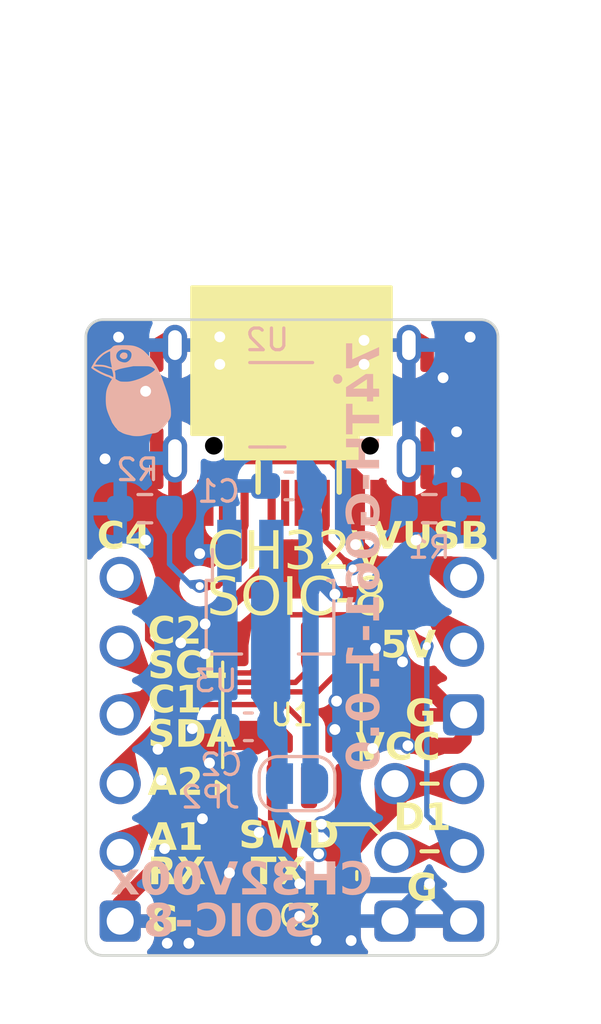
<source format=kicad_pcb>
(kicad_pcb (version 20240108) (generator "pcbnew") (generator_version "8.0")
  (title_block (title "CH32V00x-SOIC8 [74TH-G061]") (rev "1.0.0"))
  (layers (0 "F.Cu" signal) (31 "B.Cu" signal) (34 "B.Paste" user) (35 "F.Paste" user) (36 "B.SilkS" user "B.Silkscreen") (37 "F.SilkS" user "F.Silkscreen") (38 "B.Mask" user) (39 "F.Mask" user) (44 "Edge.Cuts" user))
  (net 0 "")
  (net 1 "VCC")
  (net 2 "+5V")
  (net 3 "GND")
  (net 4 "VBUS")
  (net 5 "/PD1")
  (net 6 "/PA1")
  (net 7 "/PC2")
  (net 8 "/PA2")
  (net 9 "/PC4")
  (net 10 "/PC1")
  (net 11 "Net-(J1-CC2)")
  (net 16 "Net-(J1-CC1)")
  (footprint "74th:Package_SOIC-8_3.9x4.9mm_P1.27mm" (layer "F.Cu") (at 105.41 60.96 90)
    (property "Reference" "U1" (at 0 0 180) (layer "F.SilkS") (effects (font (size 0.8 0.8) (thickness 0.12))))
    (property "Value" "CH32V002J4M6")
    (fp_line (start 0 -2.56) (end 1.95 -2.56) (stroke (width 0.12)) (layer "F.SilkS"))
    (fp_line (start 0 -2.56) (end -1.95 -2.56) (stroke (width 0.12)) (layer "F.SilkS"))
    (fp_line (start 0 2.56) (end 1.95 2.56) (stroke (width 0.12)) (layer "F.SilkS"))
    (fp_line (start 0 2.56) (end -1.95 2.56) (stroke (width 0.12)) (layer "F.SilkS"))
    (fp_poly (pts (xy -2.7 -2.465) (xy -2.94 -2.795) (xy -2.46 -2.795) (xy -2.7 -2.465)) (stroke (width 0.12)) (fill solid) (layer "F.SilkS"))
    (pad "1" smd roundrect (at -2.625 -1.905 90) (size 1.65 0.6) (layers "F.Cu" "F.Paste" "F.Mask") (net 6 "/PA1"))
    (pad "2" smd roundrect (at -2.625 -0.635 90) (size 1.65 0.6) (layers "F.Cu" "F.Paste" "F.Mask") (net 3 "GND"))
    (pad "3" smd roundrect (at -2.625 0.635 90) (size 1.65 0.6) (layers "F.Cu" "F.Paste" "F.Mask") (net 8 "/PA2"))
    (pad "4" smd roundrect (at -2.625 1.905 90) (size 1.65 0.6) (layers "F.Cu" "F.Paste" "F.Mask") (net 1 "VCC"))
    (pad "5" smd roundrect (at 2.625 1.905 90) (size 1.65 0.6) (layers "F.Cu" "F.Paste" "F.Mask") (net 10 "/PC1"))
    (pad "6" smd roundrect (at 2.625 0.635 90) (size 1.65 0.6) (layers "F.Cu" "F.Paste" "F.Mask") (net 7 "/PC2"))
    (pad "7" smd roundrect (at 2.625 -0.635 90) (size 1.65 0.6) (layers "F.Cu" "F.Paste" "F.Mask") (net 9 "/PC4"))
    (pad "8" smd roundrect (at 2.625 -1.905 90) (size 1.65 0.6) (layers "F.Cu" "F.Paste" "F.Mask") (net 5 "/PD1"))
  )
  (footprint "74th:Capacitor_0603_1608" (layer "F.Cu") (at 107.3 66.8 -90)
    (property "Reference" "C3" (at 1.6 1.6 180) (layer "F.SilkS") (effects (font (size 0.8 0.8) (thickness 0.12))))
    (property "Value" "100n" (hide yes))
    (fp_line (start -0.046267 0.51) (end 0.246267 0.51) (stroke (width 0.12)) (layer "F.SilkS"))
    (fp_line (start -0.046267 -0.51) (end 0.246267 -0.51) (stroke (width 0.12)) (layer "F.SilkS"))
    (pad "1" smd roundrect (at -0.7625 0 270) (size 1.075 0.95) (layers "F.Cu" "F.Paste" "F.Mask") (net 1 "VCC"))
    (pad "2" smd roundrect (at 0.9625 0 270) (size 1.075 0.95) (layers "F.Cu" "F.Paste" "F.Mask") (net 3 "GND"))
  )
  (footprint "74th:Connector_USB-C-Receptacle_SMT_12-Pin_Simple" (layer "F.Cu") (at 105.41 47.395 180)
    (property "Reference" "J1" (hide yes))
    (property "Value" "USB2.0-C_SMT")
    (fp_line (start 1.25 -4.23) (end 1.25 -5.33) (stroke (width 0.2)) (layer "F.SilkS"))
    (fp_line (start -1.75 -4.23) (end -1.75 -5.33) (stroke (width 0.2)) (layer "F.SilkS"))
    (fp_rect (start -2.45 -4.1) (end 2.45 -2.85) (stroke (width 0.12)) (fill solid) (layer "F.SilkS"))
    (fp_rect (start -3.67 -3.2) (end 3.7 2.25) (stroke (width 0.12)) (fill solid) (layer "F.SilkS"))
    (pad "" np_thru_hole circle (at -2.89 -3.62) (size 0.65 0.65) (drill 0.65) (layers "*.Mask"))
    (pad "" np_thru_hole circle (at 2.89 -3.62) (size 0.65 0.65) (drill 0.65) (layers "*.Mask"))
    (pad "1" smd rect (at -2.4 -5.73) (size 0.6 1.7) (layers "F.Cu" "F.Paste" "F.Mask") (net 4 "VBUS"))
    (pad "1" smd rect (at 2.4 -5.73) (size 0.6 1.7) (layers "F.Cu" "F.Paste" "F.Mask") (net 4 "VBUS"))
    (pad "2" smd rect (at -0.75 -5.73) (size 0.3 1.7) (layers "F.Cu" "F.Paste" "F.Mask"))
    (pad "2" smd rect (at 0.25 -5.73) (size 0.3 1.7) (layers "F.Cu" "F.Paste" "F.Mask"))
    (pad "3" smd rect (at -0.25 -5.73) (size 0.3 1.7) (layers "F.Cu" "F.Paste" "F.Mask"))
    (pad "3" smd rect (at 0.75 -5.73) (size 0.3 1.7) (layers "F.Cu" "F.Paste" "F.Mask"))
    (pad "4" smd rect (at -3.2 -5.73) (size 0.6 1.7) (layers "F.Cu" "F.Paste" "F.Mask") (net 3 "GND"))
    (pad "4" smd rect (at 3.2 -5.73) (size 0.6 1.7) (layers "F.Cu" "F.Paste" "F.Mask") (net 3 "GND"))
    (pad "5" smd rect (at -1.25 -5.73) (size 0.3 1.7) (layers "F.Cu" "F.Paste" "F.Mask") (net 16 "Net-(J1-CC1)"))
    (pad "6" smd rect (at 1.75 -5.73) (size 0.3 1.7) (layers "F.Cu" "F.Paste" "F.Mask") (net 11 "Net-(J1-CC2)"))
    (pad "S1" smd trapezoid (at -5 -4.08 270) (size 0.9 0.5) (rect_delta 0 0.3) (layers "F.Cu" "F.Paste" "F.Mask") (net 3 "GND"))
    (pad "S1" smd trapezoid (at -5 0.1 270) (size 0.6 0.5) (rect_delta 0 0.3) (layers "F.Cu" "F.Paste" "F.Mask") (net 3 "GND"))
    (pad "S1" thru_hole oval (at -4.325 -4.08) (size 0.9 1.8) (drill oval 0.5 1.4) (layers "*.Cu" "*.Mask") (net 3 "GND"))
    (pad "S1" thru_hole oval (at -4.325 0.1) (size 0.9 1.5) (drill oval 0.5 1.1) (layers "*.Cu" "*.Mask") (net 3 "GND"))
    (pad "S1" thru_hole oval (at 4.325 -4.08) (size 0.9 1.8) (drill oval 0.5 1.4) (layers "*.Cu" "*.Mask") (net 3 "GND"))
    (pad "S1" thru_hole oval (at 4.325 0.1) (size 0.9 1.5) (drill oval 0.5 1.1) (layers "*.Cu" "*.Mask") (net 3 "GND"))
    (pad "S1" smd trapezoid (at 5 -4.08 90) (size 0.9 0.5) (rect_delta 0 0.3) (layers "F.Cu" "F.Paste" "F.Mask") (net 3 "GND"))
    (pad "S1" smd trapezoid (at 5 0.1 90) (size 0.6 0.5) (rect_delta 0 0.3) (layers "F.Cu" "F.Paste" "F.Mask") (net 3 "GND"))
  )
  (footprint "74th:PinOut_Pin_6_GND" (layer "F.Cu") (at 99.06 55.88 -90)
    (property "Reference" "CH3" (hide yes))
    (property "Value" "Pin_6" (hide yes))
    (pad "1" thru_hole circle (at 0 0 270) (size 1.524 1.524) (drill 1) (layers "*.Cu" "*.Mask") (net 9 "/PC4"))
    (pad "2" thru_hole circle (at 2.54 0 270) (size 1.524 1.524) (drill 1) (layers "*.Cu" "*.Mask") (net 7 "/PC2"))
    (pad "3" thru_hole circle (at 5.08 0 270) (size 1.524 1.524) (drill 1) (layers "*.Cu" "*.Mask") (net 10 "/PC1"))
    (pad "4" thru_hole circle (at 7.62 0 270) (size 1.524 1.524) (drill 1) (layers "*.Cu" "*.Mask") (net 8 "/PA2"))
    (pad "5" thru_hole circle (at 10.16 0 270) (size 1.524 1.524) (drill 1) (layers "*.Cu" "*.Mask") (net 6 "/PA1"))
    (pad "6" thru_hole roundrect (at 12.7 0 270) (size 1.524 1.524) (drill 1) (layers "*.Cu" "*.Mask") (roundrect_rratio 0.1640419948) (net 3 "GND"))
  )
  (footprint "74th:PinOut_Pin_3_3GND" (layer "F.Cu") (at 109.22 63.5 -90)
    (property "Reference" "CH1" (hide yes))
    (property "Value" "SWD" (hide yes))
    (pad "1" thru_hole circle (at 0 0 270) (size 1.524 1.524) (drill 1) (layers "*.Cu" "*.Mask") (net 1 "VCC"))
    (pad "2" thru_hole circle (at 2.54 0 270) (size 1.524 1.524) (drill 1) (layers "*.Cu" "*.Mask") (net 5 "/PD1"))
    (pad "3" thru_hole roundrect (at 5.08 0 270) (size 1.524 1.524) (drill 1) (layers "*.Cu" "*.Mask") (roundrect_rratio 0.1640419948) (net 3 "GND"))
  )
  (footprint "74th:PinOut_Pin_6_GND" (layer "F.Cu") (at 111.76 55.88 -90)
    (property "Reference" "CH2" (hide yes))
    (property "Value" "Pin_6" (hide yes))
    (pad "1" thru_hole circle (at 0 0 270) (size 1.524 1.524) (drill 1) (layers "*.Cu" "*.Mask") (net 4 "VBUS"))
    (pad "2" thru_hole circle (at 2.54 0 270) (size 1.524 1.524) (drill 1) (layers "*.Cu" "*.Mask") (net 2 "+5V"))
    (pad "3" thru_hole roundrect (at 5.08 0 270) (size 1.524 1.524) (drill 1) (layers "*.Cu" "*.Mask") (roundrect_rratio 0.1640419948) (net 3 "GND"))
    (pad "4" thru_hole circle (at 7.62 0 270) (size 1.524 1.524) (drill 1) (layers "*.Cu" "*.Mask") (net 1 "VCC"))
    (pad "5" thru_hole circle (at 10.16 0 270) (size 1.524 1.524) (drill 1) (layers "*.Cu" "*.Mask") (net 5 "/PD1"))
    (pad "6" thru_hole roundrect (at 12.7 0 270) (size 1.524 1.524) (drill 1) (layers "*.Cu" "*.Mask") (roundrect_rratio 0.1640419948) (net 3 "GND"))
  )
  (footprint "74th:SolderJumper-2" (layer "B.Cu") (at 105.6 63.5 180)
    (property "Reference" "JP2" (at 3.2 -0.5 0) (layer "B.SilkS") (effects (font (size 0.8 0.8) (thickness 0.12)) (justify mirror)))
    (property "Value" "Jumper_2_Open")
    (fp_line (start 1.4 -0.3) (end 1.4 0.3) (stroke (width 0.12)) (layer "B.SilkS"))
    (fp_line (start 0.7 1) (end -0.7 1) (stroke (width 0.12)) (layer "B.SilkS"))
    (fp_line (start -0.7 -1) (end 0.7 -1) (stroke (width 0.12)) (layer "B.SilkS"))
    (fp_line (start -1.4 0.3) (end -1.4 -0.3) (stroke (width 0.12)) (layer "B.SilkS"))
    (fp_arc (start 1.4 0.3) (mid 1.194975 0.794975) (end 0.7 1) (stroke (width 0.12)) (layer "B.SilkS"))
    (fp_arc (start 0.7 -1) (mid 1.194975 -0.794975) (end 1.4 -0.3) (stroke (width 0.12)) (layer "B.SilkS"))
    (fp_arc (start -0.7 1) (mid -1.194975 0.794975) (end -1.4 0.3) (stroke (width 0.12)) (layer "B.SilkS"))
    (fp_arc (start -1.4 -0.3) (mid -1.194975 -0.794975) (end -0.7 -1) (stroke (width 0.12)) (layer "B.SilkS"))
    (pad "1" smd custom (at -0.65 0 180) (size 1 0.5) (layers "B.Cu" "B.Mask") (net 2 "+5V") (options (clearance outline) (anchor rect)) (primitives (gr_circle (center 0 -0.25) (end 0.5 -0.25) (width 0) (fill yes)) (gr_circle (center 0 0.25) (end 0.5 0.25) (width 0) (fill yes)) (gr_poly (pts (xy 0.5 -0.75) (xy 0 -0.75) (xy 0 0.75) (xy 0.5 0.75)) (width 0) (fill yes))))
    (pad "2" smd custom (at 0.65 0 180) (size 1 0.5) (layers "B.Cu" "B.Mask") (net 1 "VCC") (options (clearance outline) (anchor rect)) (primitives (gr_circle (center 0 -0.25) (end 0.5 -0.25) (width 0) (fill yes)) (gr_circle (center 0 0.25) (end 0.5 0.25) (width 0) (fill yes)) (gr_poly (pts (xy 0 -0.75) (xy -0.5 -0.75) (xy -0.5 0.75) (xy 0 0.75)) (width 0) (fill yes))))
  )
  (footprint "74th:Capacitor_0603_1608" (layer "B.Cu") (at 105.4 52.5 180)
    (property "Reference" "C1" (at 2.7 -0.2 0) (layer "B.SilkS") (effects (font (size 0.8 0.8) (thickness 0.12)) (justify mirror)))
    (property "Value" "10u" (hide yes))
    (fp_line (start 0.246267 0.51) (end -0.046267 0.51) (stroke (width 0.12)) (layer "B.SilkS"))
    (fp_line (start 0.246267 -0.51) (end -0.046267 -0.51) (stroke (width 0.12)) (layer "B.SilkS"))
    (pad "1" smd roundrect (at -0.7625 0 180) (size 1.075 0.95) (layers "B.Cu" "B.Paste" "B.Mask") (net 2 "+5V"))
    (pad "2" smd roundrect (at 0.9625 0 180) (size 1.075 0.95) (layers "B.Cu" "B.Paste" "B.Mask") (net 3 "GND"))
  )
  (footprint "74th:Package_SOT-23" (layer "B.Cu") (at 104.500932 49.5 180)
    (property "Reference" "U2" (at 0 2.4 0) (layer "B.SilkS") (effects (font (size 0.8 0.8) (thickness 0.12)) (justify mirror)))
    (property "Value" "CH213K")
    (fp_line (start 0.65 1.56) (end 0 1.56) (stroke (width 0.12)) (layer "B.SilkS"))
    (fp_line (start 0.65 -1.56) (end 0 -1.56) (stroke (width 0.12)) (layer "B.SilkS"))
    (fp_line (start -0.65 -1.56) (end 0 -1.56) (stroke (width 0.12)) (layer "B.SilkS"))
    (fp_line (start -1.675 1.56) (end 0 1.56) (stroke (width 0.12)) (layer "B.SilkS"))
    (fp_circle (center -2.6 0.95) (end -2.486863 0.95) (stroke (width 0.12)) (fill solid) (layer "B.SilkS"))
    (pad "1" smd roundrect (at -1.3875 0.95 180) (size 1.825 0.6) (layers "B.Cu" "B.Paste" "B.Mask") (net 3 "GND"))
    (pad "2" smd roundrect (at -1.3875 -0.95 180) (size 1.825 0.6) (layers "B.Cu" "B.Paste" "B.Mask") (net 2 "+5V"))
    (pad "3" smd roundrect (at 1.3875 0 180) (size 1.825 0.6) (layers "B.Cu" "B.Paste" "B.Mask") (net 4 "VBUS"))
  )
  (footprint "74th:Logo_74th_4mm" (layer "B.Cu") (at 99.568 49.149 180)
    (property "Reference" "MISC-ICON" (hide yes))
    (property "Value" "LOGO" (hide yes))
    (fp_poly (pts (xy 0.399165 1.581118) (xy 0.420822 1.576964) (xy 0.439946 1.567833) (xy 0.453666 1.55869) (xy 0.487621 1.530623) (xy 0.508813 1.502115) (xy 0.519752 1.469431) (xy 0.521463 1.457794) (xy 0.523017 1.436743) (xy 0.520177 1.42204) (xy 0.510515 1.408073) (xy 0.491924 1.389535) (xy 0.468598 1.369727) (xy 0.44494 1.353334) (xy 0.432537 1.346784) (xy 0.392312 1.337093) (xy 0.348961 1.338191) (xy 0.309286 1.349718) (xy 0.301534 1.353728) (xy 0.267487 1.378858) (xy 0.246763 1.409139) (xy 0.237154 1.448006) (xy 0.236531 1.454844) (xy 0.239228 1.499629) (xy 0.254394 1.535203) (xy 0.281555 1.561108) (xy 0.320236 1.576886) (xy 0.36846 1.582082)) (fill solid) (layer "B.SilkS"))
    (fp_poly (pts (xy 0.519394 1.851859) (xy 0.58367 1.850197) (xy 0.636187 1.846941) (xy 0.678871 1.841644) (xy 0.713646 1.833862) (xy 0.742438 1.82315) (xy 0.767173 1.809064) (xy 0.789776 1.791158) (xy 0.812173 1.768988) (xy 0.814864 1.766099) (xy 0.83959 1.741489) (xy 0.864419 1.722369) (xy 0.894592 1.705192) (xy 0.927539 1.689828) (xy 1.042763 1.632057) (xy 1.150334 1.564234) (xy 1.247405 1.488246) (xy 1.287831 1.450989) (xy 1.333186 1.403532) (xy 1.378775 1.349886) (xy 1.421345 1.294259) (xy 1.457644 1.240857) (xy 1.480139 1.202263) (xy 1.500112 1.16538) (xy 1.521379 1.12781) (xy 1.54059 1.095412) (xy 1.548323 1.083068) (xy 1.5625 1.059484) (xy 1.571766 1.040912) (xy 1.574217 1.031193) (xy 1.574119 1.030997) (xy 1.57638 1.023359) (xy 1.580126 1.021331) (xy 1.585245 1.019255) (xy 1.586478 1.016385) (xy 1.581976 1.010855) (xy 1.56989 1.000799) (xy 1.548369 0.984351) (xy 1.529048 0.969803) (xy 1.483218 0.937689) (xy 1.425368 0.901051) (xy 1.357915 0.861354) (xy 1.283271 0.820062) (xy 1.273515 0.81484) (xy 1.245891 0.80068) (xy 1.211051 0.783669) (xy 1.171821 0.765089) (xy 1.131026 0.746225) (xy 1.091489 0.728361) (xy 1.056036 0.712778) (xy 1.027492 0.700762) (xy 1.008681 0.693596) (xy 1.003611 0.692201) (xy 0.990335 0.687594) (xy 0.987804 0.685703) (xy 0.977172 0.683677) (xy 0.971952 0.68501) (xy 0.962387 0.684363) (xy 0.960996 0.680811) (xy 0.955303 0.675796) (xy 0.949277 0.676904) (xy 0.939254 0.676347) (xy 0.937557 0.672292) (xy 0.932996 0.666715) (xy 0.930115 0.667781) (xy 0.920337 0.665942) (xy 0.902913 0.656376) (xy 0.887906 0.645841) (xy 0.864545 0.629862) (xy 0.842696 0.617924) (xy 0.832844 0.614209) (xy 0.817868 0.608324) (xy 0.81255 0.60261) (xy 0.816625 0.593608) (xy 0.827533 0.575001) (xy 0.843296 0.550088) (xy 0.851701 0.537314) (xy 0.902322 0.453492) (xy 0.947044 0.363938) (xy 0.983956 0.273072) (xy 1.011144 0.185318) (xy 1.019364 0.149669) (xy 1.028545 0.092127) (xy 1.035472 0.023098) (xy 1.04005 -0.053431) (xy 1.04219 -0.133472) (xy 1.041798 -0.213036) (xy 1.038782 -0.288136) (xy 1.033051 -0.354784) (xy 1.031323 -0.368615) (xy 1.02372 -0.420185) (xy 1.014904 -0.468115) (xy 1.004121 -0.514759) (xy 0.990614 -0.562473) (xy 0.973631 -0.613611) (xy 0.952415 -0.67053) (xy 0.926211 -0.735583) (xy 0.894266 -0.811126) (xy 0.875761 -0.853893) (xy 0.856627 -0.898061) (xy 0.83982 -0.937222) (xy 0.826273 -0.969171) (xy 0.816921 -0.991701) (xy 0.812698 -1.002606) (xy 0.81255 -1.003224) (xy 0.808401 -1.011196) (xy 0.797416 -1.028689) (xy 0.781786 -1.05247) (xy 0.7637 -1.079304) (xy 0.745349 -1.10596) (xy 0.728924 -1.129202) (xy 0.716615 -1.145797) (xy 0.712805 -1.150461) (xy 0.705277 -1.160871) (xy 0.705424 -1.164134) (xy 0.702695 -1.169085) (xy 0.691122 -1.18212) (xy 0.673143 -1.200509) (xy 0.671476 -1.202155) (xy 0.652228 -1.221827) (xy 0.638389 -1.237351) (xy 0.632858 -1.24547) (xy 0.632851 -1.245584) (xy 0.628361 -1.254281) (xy 0.61686 -1.270676) (xy 0.607459 -1.282862) (xy 0.573915 -1.31391) (xy 0.535189 -1.335954) (xy 0.502635 -1.351883) (xy 0.468925 -1.370205) (xy 0.450117 -1.381473) (xy 0.417095 -1.398973) (xy 0.372824 -1.417424) (xy 0.321494 -1.435368) (xy 0.267294 -1.45135) (xy 0.214416 -1.463913) (xy 0.21095 -1.464611) (xy 0.171588 -1.473065) (xy 0.128366 -1.483287) (xy 0.096468 -1.491512) (xy 0.044695 -1.501916) (xy -0.019315 -1.508652) (xy -0.092571 -1.511554) (xy -0.172082 -1.510457) (xy -0.210951 -1.508502) (xy -0.256899 -1.504602) (xy -0.300575 -1.498317) (xy -0.347135 -1.488696) (xy -0.401734 -1.474784) (xy -0.418986 -1.470039) (xy -0.510819 -1.446052) (xy -0.593934 -1.427918) (xy -0.673633 -1.414588) (xy -0.739757 -1.406546) (xy -0.791883 -1.398014) (xy -0.840713 -1.382378) (xy -0.864765 -1.372058) (xy -0.891263 -1.359609) (xy -0.910313 -1.349984) (xy -0.919117 -1.344629) (xy -0.919022 -1.343998) (xy -0.916579 -1.339668) (xy -0.926538 -1.327579) (xy -0.948168 -1.308432) (xy -0.980736 -1.282932) (xy -0.989761 -1.276194) (xy -1.031279 -1.241672) (xy -1.078037 -1.196485) (xy -1.12758 -1.143567) (xy -1.177455 -1.085854) (xy -1.225208 -1.026279) (xy -1.268383 -0.967778) (xy -1.304528 -0.913285) (xy -1.328484 -0.871147) (xy -1.344006 -0.838326) (xy -1.355571 -0.807185) (xy -1.363643 -0.774688) (xy -1.368684 -0.737799) (xy -1.371158 -0.693482) (xy -1.371529 -0.638701) (xy -1.370812 -0.593786) (xy -1.3645 -0.495274) (xy -1.349791 -0.385193) (xy -1.327029 -0.264927) (xy -1.296555 -0.135861) (xy -1.258711 0.000619) (xy -1.213839 0.14313) (xy -1.162282 0.290286) (xy -1.133708 0.366199) (xy -1.116917 0.410584) (xy -1.102569 0.450025) (xy -1.091462 0.482206) (xy -1.084391 0.504808) (xy -1.082152 0.515516) (xy -1.082268 0.515931) (xy -1.080338 0.523654) (xy -1.077893 0.524872) (xy -1.070864 0.533905) (xy -1.068369 0.545072) (xy -1.065091 0.558757) (xy -1.061148 0.562535) (xy -1.058282 0.568328) (xy -1.05974 0.574255) (xy -1.059511 0.584295) (xy -1.055834 0.585974) (xy -1.050819 0.591667) (xy -1.051927 0.597693) (xy -1.051698 0.607734) (xy -1.048021 0.609413) (xy -1.043006 0.615106) (xy -1.044114 0.621132) (xy -1.043885 0.631173) (xy -1.040208 0.632852) (xy -1.035193 0.638545) (xy -1.036302 0.644571) (xy -1.035744 0.654594) (xy -1.031689 0.656291) (xy -1.026246 0.661028) (xy -1.027407 0.664104) (xy -1.027537 0.671336) (xy -1.025264 0.671917) (xy -1.018958 0.6782) (xy -1.018292 0.682846) (xy -1.014597 0.700545) (xy -1.004242 0.729603) (xy -0.988322 0.767813) (xy -0.967932 0.812968) (xy -0.944168 0.862862) (xy -0.918125 0.915287) (xy -0.899237 0.951881) (xy -0.774729 0.951881) (xy -0.7632 0.932436) (xy -0.739381 0.907849) (xy -0.704207 0.878848) (xy -0.658614 0.846165) (xy -0.603536 0.810531) (xy -0.539909 0.772677) (xy -0.492218 0.746031) (xy -0.344691 0.671557) (xy -0.198527 0.609605) (xy -0.055543 0.560901) (xy 0.026786 0.538625) (xy 0.08342 0.52533) (xy 0.130992 0.515599) (xy 0.173946 0.508953) (xy 0.216726 0.504912) (xy 0.263776 0.502993) (xy 0.319541 0.502718) (xy 0.35549 0.503092) (xy 0.405859 0.503989) (xy 0.443625 0.505321) (xy 0.471813 0.507425) (xy 0.493447 0.510636) (xy 0.511549 0.515289) (xy 0.529144 0.521719) (xy 0.531282 0.522592) (xy 0.560488 0.536096) (xy 0.595036 0.554201) (xy 0.626028 0.572139) (xy 0.677803 0.604006) (xy 0.680366 0.670822) (xy 0.765672 0.670822) (xy 0.822316 0.701642) (xy 0.859197 0.719698) (xy 0.900922 0.737134) (xy 0.937557 0.749885) (xy 0.975923 0.762814) (xy 1.02414 0.781359) (xy 1.078255 0.803816) (xy 1.134318 0.828477) (xy 1.188375 0.853638) (xy 1.236473 0.877592) (xy 1.250076 0.884786) (xy 1.292208 0.908007) (xy 1.335254 0.932671) (xy 1.377057 0.957438) (xy 1.415457 0.980966) (xy 1.448293 1.001913) (xy 1.473407 1.018937) (xy 1.488639 1.030698) (xy 1.492279 1.03524) (xy 1.490641 1.044534) (xy 1.48445 1.051484) (xy 1.471789 1.056418) (xy 1.450742 1.059663) (xy 1.419392 1.061547) (xy 1.375822 1.062398) (xy 1.332503 1.062555) (xy 1.257335 1.061575) (xy 1.193652 1.058288) (xy 1.137412 1.052155) (xy 1.084575 1.042637) (xy 1.0311 1.029194) (xy 0.990283 1.016893) (xy 0.95424 1.006027) (xy 0.919408 0.996525) (xy 0.891389 0.989879) (xy 0.882866 0.988278) (xy 0.858415 0.983332) (xy 0.839058 0.977678) (xy 0.834699 0.975796) (xy 0.824013 0.963379) (xy 0.812268 0.938581) (xy 0.800295 0.90453) (xy 0.788923 0.864358) (xy 0.778984 0.821194) (xy 0.77131 0.778167) (xy 0.76673 0.738407) (xy 0.765807 0.716294) (xy 0.765672 0.670822) (xy 0.680366 0.670822) (xy 0.681877 0.710232) (xy 0.68429 0.753711) (xy 0.687926 0.795536) (xy 0.692312 0.831193) (xy 0.696972 0.856168) (xy 0.697411 0.85782) (xy 0.708871 0.899183) (xy 0.685424 0.911308) (xy 0.65061 0.927748) (xy 0.610802 0.943381) (xy 0.564414 0.958631) (xy 0.509862 0.973924) (xy 0.445561 0.989685) (xy 0.369924 1.006338) (xy 0.281367 1.024308) (xy 0.218763 1.036396) (xy 0.1908 1.041711) (xy 0.820363 1.041711) (xy 0.822054 1.035208) (xy 0.828463 1.032507) (xy 0.841593 1.03403) (xy 0.863447 1.040196) (xy 0.896027 1.051427) (xy 0.935066 1.065798) (xy 0.991401 1.085937) (xy 1.041008 1.10125) (xy 1.087985 1.112489) (xy 1.136428 1.120406) (xy 1.190433 1.125755) (xy 1.254097 1.129288) (xy 1.287188 1.130492) (xy 1.332434 1.132113) (xy 1.371762 1.133824) (xy 1.402725 1.135496) (xy 1.422875 1.136996) (xy 1.429775 1.138157) (xy 1.425696 1.150035) (xy 1.414846 1.171236) (xy 1.39931 1.198206) (xy 1.381171 1.22739) (xy 1.362512 1.255236) (xy 1.355002 1.265703) (xy 1.327364 1.300225) (xy 1.292004 1.339925) (xy 1.251962 1.381789) (xy 1.21028 1.422802) (xy 1.169999 1.45995) (xy 1.134161 1.490219) (xy 1.111813 1.506736) (xy 1.084678 1.523962) (xy 1.05151 1.543585) (xy 1.01522 1.564052) (xy 0.978719 1.58381) (xy 0.944919 1.601306) (xy 0.916729 1.614985) (xy 0.897062 1.623296) (xy 0.890004 1.625089) (xy 0.886082 1.622668) (xy 0.883142 1.614171) (xy 0.881037 1.597737) (xy 0.879624 1.571501) (xy 0.878755 1.533601) (xy 0.878286 1.482172) (xy 0.878248 1.474689) (xy 0.877821 1.420455) (xy 0.876828 1.37758) (xy 0.874833 1.341794) (xy 0.871401 1.308832) (xy 0.866093 1.274424) (xy 0.858475 1.234304) (xy 0.848949 1.188204) (xy 0.839698 1.143596) (xy 0.831694 1.103933) (xy 0.825461 1.071889) (xy 0.82152 1.050143) (xy 0.820363 1.041711) (xy 0.1908 1.041711) (xy 0.019532 1.074265) (xy -0.261735 1.074275) (xy -0.335766 1.074244) (xy -0.396041 1.07408) (xy -0.444428 1.073681) (xy -0.482798 1.072948) (xy -0.51302 1.071779) (xy -0.536963 1.070075) (xy -0.556497 1.067735) (xy -0.573492 1.064658) (xy -0.589816 1.060745) (xy -0.60734 1.055895) (xy -0.608117 1.055673) (xy -0.648162 1.041613) (xy -0.689321 1.02276) (xy -0.727276 1.001476) (xy -0.75771 0.980124) (xy -0.773032 0.96545) (xy -0.774729 0.951881) (xy -0.899237 0.951881) (xy -0.890898 0.968036) (xy -0.863582 1.018903) (xy -0.837273 1.065681) (xy -0.813065 1.106163) (xy -0.793005 1.136789) (xy -0.77551 1.162057) (xy -0.752384 1.195828) (xy -0.726688 1.233619) (xy -0.702386 1.269601) (xy -0.678095 1.304402) (xy -0.651801 1.339222) (xy -0.621937 1.375866) (xy -0.586937 1.416139) (xy -0.545233 1.461849) (xy -0.497753 1.512155) (xy 0.089225 1.512155) (xy 0.092186 1.459923) (xy 0.093791 1.449085) (xy 0.109502 1.387711) (xy 0.136306 1.335607) (xy 0.175859 1.289593) (xy 0.177449 1.288095) (xy 0.223679 1.250323) (xy 0.268844 1.22595) (xy 0.316104 1.214215) (xy 0.36862 1.214355) (xy 0.429555 1.225608) (xy 0.432952 1.226468) (xy 0.502915 1.250026) (xy 0.560012 1.281515) (xy 0.603944 1.320694) (xy 0.634413 1.367325) (xy 0.645587 1.396958) (xy 0.654385 1.453045) (xy 0.648259 1.507014) (xy 0.627889 1.557567) (xy 0.593954 1.603409) (xy 0.547133 1.643243) (xy 0.502989 1.668878) (xy 0.485448 1.677077) (xy 0.469994 1.682628) (xy 0.453176 1.685932) (xy 0.431544 1.687386) (xy 0.401647 1.687389) (xy 0.360034 1.686342) (xy 0.353595 1.686149) (xy 0.298222 1.683511) (xy 0.255084 1.678706) (xy 0.220835 1.67075) (xy 0.192128 1.65866) (xy 0.165617 1.641453) (xy 0.145697 1.625068) (xy 0.115148 1.591907) (xy 0.096602 1.555209) (xy 0.089225 1.512155) (xy -0.497753 1.512155) (xy -0.495258 1.514799) (xy -0.438644 1.573505) (xy -0.354714 1.650899) (xy -0.266101 1.714449) (xy -0.170237 1.765795) (xy -0.082981 1.800435) (xy -0.043247 1.813301) (xy -0.004579 1.823934) (xy 0.035008 1.83253) (xy 0.077503 1.839287) (xy 0.124892 1.8444) (xy 0.179163 1.848068) (xy 0.242302 1.850486) (xy 0.316297 1.851851) (xy 0.403134 1.852361) (xy 0.441433 1.852369)) (fill solid) (layer "B.SilkS"))
  )
  (footprint "74th:Register_0603_1608" (layer "B.Cu") (at 99.9725 53.34 180)
    (property "Reference" "R2" (at 0.2725 1.44 0) (layer "B.SilkS") (effects (font (size 0.8 0.8) (thickness 0.12)) (justify mirror)))
    (property "Value" "5.1k" (hide yes))
    (fp_line (start 0.254724 0.5225) (end -0.254724 0.5225) (stroke (width 0.12)) (layer "B.SilkS"))
    (fp_line (start 0.254724 -0.5225) (end -0.254724 -0.5225) (stroke (width 0.12)) (layer "B.SilkS"))
    (pad "1" smd roundrect (at -0.9125 0 180) (size 0.975 0.95) (layers "B.Cu" "B.Paste" "B.Mask") (net 11 "Net-(J1-CC2)"))
    (pad "2" smd roundrect (at 0.9125 0 180) (size 0.975 0.95) (layers "B.Cu" "B.Paste" "B.Mask") (net 3 "GND"))
  )
  (footprint "74th:Capacitor_0603_1608" (layer "B.Cu") (at 103.9 61.4 180)
    (property "Reference" "C2" (at 1.1 -1.4 0) (layer "B.SilkS") (effects (font (size 0.8 0.8) (thickness 0.12)) (justify mirror)))
    (property "Value" "10u" (hide yes))
    (fp_line (start 0.246267 0.51) (end -0.046267 0.51) (stroke (width 0.12)) (layer "B.SilkS"))
    (fp_line (start 0.246267 -0.51) (end -0.046267 -0.51) (stroke (width 0.12)) (layer "B.SilkS"))
    (pad "1" smd roundrect (at -0.7625 0 180) (size 1.075 0.95) (layers "B.Cu" "B.Paste" "B.Mask") (net 1 "VCC"))
    (pad "2" smd roundrect (at 0.9625 0 180) (size 1.075 0.95) (layers "B.Cu" "B.Paste" "B.Mask") (net 3 "GND"))
  )
  (footprint "74th:Package_SOT-89-3" (layer "B.Cu") (at 104.6 57.35 -90)
    (property "Reference" "U3" (at 2.35 2 0) (layer "B.SilkS") (effects (font (size 0.8 0.8) (thickness 0.12)) (justify mirror)))
    (property "Value" "AMS1117")
    (fp_line (start 1.36 2.36) (end -1.36 2.36) (stroke (width 0.12)) (layer "B.SilkS"))
    (fp_line (start -1.36 2.13) (end -1.36 2.36) (stroke (width 0.12)) (layer "B.SilkS"))
    (fp_line (start -1.36 2.13) (end -2.5 2.13) (stroke (width 0.12)) (layer "B.SilkS"))
    (fp_line (start 1.36 1.05) (end 1.36 2.36) (stroke (width 0.12)) (layer "B.SilkS"))
    (fp_line (start -1.36 -2.13) (end -1.36 -2.36) (stroke (width 0.12)) (layer "B.SilkS"))
    (fp_line (start -1.36 -2.36) (end 1.36 -2.36) (stroke (width 0.12)) (layer "B.SilkS"))
    (fp_line (start 1.36 -2.36) (end 1.36 -1.05) (stroke (width 0.12)) (layer "B.SilkS"))
    (pad "1" smd rect (at -2.45 1.5 270) (size 2.3 0.9) (layers "B.Cu" "B.Paste" "B.Mask") (net 3 "GND"))
    (pad "2" smd rect (at -2.45 -0.05 270) (size 2.3 0.9) (layers "B.Cu" "B.Paste" "B.Mask") (net 1 "VCC"))
    (pad "2" smd rect (at 0.85 -0.025 270) (size 4.3 1.45) (layers "B.Cu" "B.Paste" "B.Mask") (net 1 "VCC"))
    (pad "3" smd rect (at -2.45 -1.5 270) (size 2.3 0.9) (layers "B.Cu" "B.Paste" "B.Mask") (net 2 "+5V"))
  )
  (footprint "74th:Register_0603_1608" (layer "B.Cu") (at 110.49 53.34)
    (property "Reference" "R1" (at 0 1.43 0) (layer "B.SilkS") (effects (font (size 0.8 0.8) (thickness 0.12)) (justify mirror)))
    (property "Value" "5.1k" (hide yes))
    (fp_line (start 0.254724 -0.5225) (end -0.254724 -0.5225) (stroke (width 0.12)) (layer "B.SilkS"))
    (fp_line (start 0.254724 0.5225) (end -0.254724 0.5225) (stroke (width 0.12)) (layer "B.SilkS"))
    (pad "1" smd roundrect (at -0.9125 0) (size 0.975 0.95) (layers "B.Cu" "B.Paste" "B.Mask") (net 16 "Net-(J1-CC1)"))
    (pad "2" smd roundrect (at 0.9125 0) (size 0.975 0.95) (layers "B.Cu" "B.Paste" "B.Mask") (net 3 "GND"))
  )
  (gr_line (start 106.9 65) (end 108.3 65) (stroke (width 0.15)) (layer "F.SilkS"))
  (gr_line (start 110.2 63.5) (end 110.8 63.5) (stroke (width 0.15)) (layer "F.SilkS"))
  (gr_line (start 108.3 65) (end 108.6 65.3) (stroke (width 0.15)) (layer "F.SilkS"))
  (gr_line (start 110.2 66) (end 110.8 66) (stroke (width 0.15)) (layer "F.SilkS"))
  (gr_arc (start 98.425 69.85) (mid 97.975987 69.664013) (end 97.79 69.215) (stroke (width 0.1)) (layer "Edge.Cuts"))
  (gr_line (start 112.395 69.85) (end 98.425 69.85) (stroke (width 0.1)) (layer "Edge.Cuts"))
  (gr_arc (start 97.79 46.99) (mid 97.975987 46.540987) (end 98.425 46.355) (stroke (width 0.1)) (layer "Edge.Cuts"))
  (gr_arc (start 113.03 69.215) (mid 112.844013 69.664013) (end 112.395 69.85) (stroke (width 0.1)) (layer "Edge.Cuts"))
  (gr_arc (start 112.395 46.355) (mid 112.844013 46.540987) (end 113.03 46.99) (stroke (width 0.1)) (layer "Edge.Cuts"))
  (gr_line (start 97.79 69.215) (end 97.79 46.99) (stroke (width 0.1)) (layer "Edge.Cuts"))
  (gr_line (start 113.03 46.99) (end 113.03 69.215) (stroke (width 0.1)) (layer "Edge.Cuts"))
  (gr_line (start 98.425 46.355) (end 112.395 46.355) (stroke (width 0.1)) (layer "Edge.Cuts"))
  (gr_text "CH32V00x" (at 108.4 67.8 0) (layer "B.SilkS") (effects (font (size 1.2 1.2) (thickness 0.16)) (justify left bottom mirror)))
  (gr_text "SOIC-8" (at 106.299 69.342 0) (layer "B.SilkS") (effects (font (size 1.2 1.2) (thickness 0.16)) (justify left bottom mirror)))
  (gr_text "74TH-G061-${REVISION}" (at 108.839 47.117 90) (layer "B.SilkS") (effects (font (size 1.2 1.2) (thickness 0.16)) (justify left bottom mirror)))
  (gr_text "SWD" (at 105.3 66.04 0) (layer "F.SilkS") (effects (font (size 1 1)) (justify bottom)))
  (gr_text "A2" (at 100.076 63.5 0) (layer "F.SilkS") (effects (font (size 1 1)) (justify left)))
  (gr_text "CH32V" (at 105.6 55.8 0) (layer "F.SilkS") (effects (font (size 1.4 1.4)) (justify bottom)))
  (gr_text "C1" (at 100.076 60.452 0) (layer "F.SilkS") (effects (font (size 1 1)) (justify left)))
  (gr_text "TX" (at 103.886 66.802 0) (layer "F.SilkS") (effects (font (size 1 1)) (justify left)))
  (gr_text "SDA" (at 100.076 61.722 0) (layer "F.SilkS") (effects (font (size 1 1)) (justify left)))
  (gr_text "G" (at 110.744 60.96 0) (layer "F.SilkS") (effects (font (size 1 1)) (justify right)))
  (gr_text "VCC" (at 110.9 62.2 0) (layer "F.SilkS") (effects (font (size 1 1)) (justify right)))
  (gr_text "A1" (at 100.076 65.532 0) (layer "F.SilkS") (effects (font (size 1 1)) (justify left)))
  (gr_text "VUSB" (at 112.7 54.4 0) (layer "F.SilkS") (effects (font (size 1 1)) (justify right)))
  (gr_text "D1" (at 111.3 64.8 0) (layer "F.SilkS") (effects (font (size 1 1)) (justify right)))
  (gr_text "C2" (at 100.076 57.912 0) (layer "F.SilkS") (effects (font (size 1 1)) (justify left)))
  (gr_text "C4" (at 98.2 54.4 0) (layer "F.SilkS") (effects (font (size 1 1)) (justify left)))
  (gr_text "5V" (at 110.744 58.42 0) (layer "F.SilkS") (effects (font (size 1 1)) (justify right)))
  (gr_text "G" (at 110.8 67.4 0) (layer "F.SilkS") (effects (font (size 1 1)) (justify right)))
  (gr_text "SOIC-8" (at 105.6 57.5 0) (layer "F.SilkS") (effects (font (size 1.4 1.4)) (justify bottom)))
  (gr_text "SCL" (at 100.076 59.182 0) (layer "F.SilkS") (effects (font (size 1 1)) (justify left)))
  (gr_text "RX" (at 100.076 66.802 0) (layer "F.SilkS") (effects (font (size 1 1)) (justify left)))
  (gr_text "G" (at 100.076 68.58 0) (layer "F.SilkS") (effects (font (size 1 1)) (justify left)))
  (segment (start 107.3 66.0375) (end 107.3 63.6) (width 0.6) (layer "F.Cu") (net 1))
  (segment (start 107.3 66.0375) (end 106.4625 66.0375) (width 0.6) (layer "F.Cu") (net 1))
  (segment (start 111.675 63.585) (end 111.76 63.5) (width 0.6) (layer "F.Cu") (net 1))
  (segment (start 106.4625 66.0375) (end 106.4 66.1) (width 0.6) (layer "F.Cu") (net 1))
  (segment (start 107.3 66.0375) (end 107.508473 66.0375) (width 0.6) (layer "F.Cu") (net 1))
  (segment (start 107.508473 66.0375) (end 109.22 64.325973) (width 0.6) (layer "F.Cu") (net 1))
  (segment (start 107.315 65.94) (end 107.475 66.1) (width 0.6) (layer "F.Cu") (net 1))
  (segment (start 109.22 63.5) (end 111.76 63.5) (width 0.6) (layer "F.Cu") (net 1))
  (segment (start 109.135 63.585) (end 109.22 63.5) (width 0.6) (layer "F.Cu") (net 1))
  (segment (start 109.22 64.325973) (end 109.22 63.5) (width 0.6) (layer "F.Cu") (net 1))
  (segment (start 107.3 63.6) (end 107.315 63.585) (width 0.6) (layer "F.Cu") (net 1))
  (via (at 106.4 66.1) (size 0.6) (drill 0.4) (layers "F.Cu" "B.Cu") (net 1))
  (segment (start 104.95 61.6875) (end 104.6625 61.4) (width 0.6) (layer "B.Cu") (net 1))
  (segment (start 104.95 63.5) (end 104.95 61.6875) (width 0.6) (layer "B.Cu") (net 1))
  (segment (start 104.6625 58.2375) (end 104.625 58.2) (width 0.6) (layer "B.Cu") (net 1))
  (segment (start 104.6625 61.4) (end 104.6625 58.2375) (width 0.6) (layer "B.Cu") (net 1))
  (segment (start 104.95 63.5) (end 104.95 64.65) (width 0.6) (layer "B.Cu") (net 1))
  (segment (start 104.95 64.65) (end 106.4 66.1) (width 0.6) (layer "B.Cu") (net 1))
  (segment (start 109.84 56.5) (end 111.76 58.42) (width 0.6) (layer "F.Cu") (net 2))
  (segment (start 107 56.5) (end 109.84 56.5) (width 0.6) (layer "F.Cu") (net 2))
  (via (at 107 56.5) (size 0.6) (drill 0.4) (layers "F.Cu" "B.Cu") (net 2))
  (segment (start 106.1625 54.8375) (end 106.1 54.9) (width 0.6) (layer "B.Cu") (net 2))
  (segment (start 105.888432 50.45) (end 105.888432 52.225932) (width 0.6) (layer "B.Cu") (net 2))
  (segment (start 106.1 54.9) (end 106.1 55.6) (width 0.6) (layer "B.Cu") (net 2))
  (segment (start 106.1625 52.5) (end 106.1625 54.8375) (width 0.6) (layer "B.Cu") (net 2))
  (segment (start 106.1 55.6) (end 107 56.5) (width 0.6) (layer "B.Cu") (net 2))
  (segment (start 106.1 63.35) (end 106.25 63.5) (width 0.6) (layer "B.Cu") (net 2))
  (segment (start 106.1 54.9) (end 106.1 63.35) (width 0.6) (layer "B.Cu") (net 2))
  (segment (start 105.888432 52.225932) (end 106.1625 52.5) (width 0.6) (layer "B.Cu") (net 2))
  (segment (start 111.76 60.96) (end 111.46 60.96) (width 0.6) (layer "F.Cu") (net 3))
  (segment (start 111.76 61.84) (end 111.76 60.96) (width 0.6) (layer "F.Cu") (net 3))
  (segment (start 100.205 66.8) (end 103.1 66.8) (width 0.6) (layer "F.Cu") (net 3))
  (segment (start 99.06 67.945) (end 100.205 66.8) (width 0.6) (layer "F.Cu") (net 3))
  (segment (start 109.7 62.1) (end 111.5 62.1) (width 0.6) (layer "F.Cu") (net 3))
  (segment (start 99.06 68.58) (end 99.06 67.945) (width 0.6) (layer "F.Cu") (net 3))
  (segment (start 111.5 62.1) (end 111.76 61.84) (width 0.6) (layer "F.Cu") (net 3))
  (segment (start 111.46 60.96) (end 109.5 59) (width 0.6) (layer "F.Cu") (net 3))
  (via (at 106.5 65) (size 0.6) (drill 0.4) (layers "F.Cu" "B.Cu") (net 3))
  (via (at 100.457 62.23) (size 0.6) (drill 0.4) (layers "F.Cu" "B.Cu") (net 3))
  (via (at 109.5 59) (size 0.6) (drill 0.4) (layers "F.Cu" "B.Cu") (net 3))
  (via (at 110 54.5) (size 0.6) (drill 0.4) (layers "F.Cu" "B.Cu") (net 3))
  (via (at 98.5 51.5) (size 0.6) (drill 0.4) (layers "F.Cu" "B.Cu") (net 3))
  (via (at 108.077 47.117) (size 0.6) (drill 0.4) (layers "F.Cu" "B.Cu") (net 3))
  (via (at 100.7 65.9) (size 0.6) (drill 0.4) (layers "F.Cu" "B.Cu") (net 3))
  (via (at 111.5 50.5) (size 0.6) (drill 0.4) (layers "F.Cu" "B.Cu") (net 3))
  (via (at 112 47) (size 0.6) (drill 0.4) (layers "F.Cu" "B.Cu") (net 3))
  (via (at 101.3 58.3) (size 0.6) (drill 0.4) (layers "F.Cu" "B.Cu") (net 3))
  (via (at 102.743 48.006) (size 0.6) (drill 0.4) (layers "F.Cu" "B.Cu") (net 3))
  (via (at 102.362 62.738) (size 0.6) (drill 0.4) (layers "F.Cu" "B.Cu") (net 3))
  (via (at 100.8 69.4) (size 0.6) (drill 0.4) (layers "F.Cu" "B.Cu") (net 3))
  (via (at 102.743 46.99) (size 0.6) (drill 0.4) (layers "F.Cu" "B.Cu") (net 3))
  (via (at 100 49) (size 0.6) (drill 0.4) (layers "F.Cu" "B.Cu") (net 3))
  (via (at 102 55) (size 0.6) (drill 0.4) (layers "F.Cu" "B.Cu") (net 3))
  (via (at 104.2 65.3) (size 0.6) (drill 0.4) (layers "F.Cu" "B.Cu") (net 3))
  (via (at 106.3 69.3) (size 0.6) (drill 0.4) (layers "F.Cu" "B.Cu") (net 3))
  (via (at 102.2 58.7) (size 0.6) (drill 0.4) (layers "F.Cu" "B.Cu") (net 3))
  (via (at 108.4 62.2) (size 0.6) (drill 0.4) (layers "F.Cu" "B.Cu") (net 3))
  (via (at 107 61.5) (size 0.6) (drill 0.4) (layers "F.Cu" "B.Cu") (net 3))
  (via (at 102.1 64.8) (size 0.6) (drill 0.4) (layers "F.Cu" "B.Cu") (net 3))
  (via (at 111 48.5) (size 0.6) (drill 0.4) (layers "F.Cu" "B.Cu") (net 3))
  (via (at 107.6 69.3) (size 0.6) (drill 0.4) (layers "F.Cu" "B.Cu") (net 3))
  (via (at 103.1 66.8) (size 0.6) (drill 0.4) (layers "F.Cu" "B.Cu") (net 3))
  (via (at 107.061 60.452) (size 0.6) (drill 0.4) (layers "F.Cu" "B.Cu") (net 3))
  (via (at 100.584 63.373) (size 0.6) (drill 0.4) (layers "F.Cu" "B.Cu") (net 3))
  (via (at 101.6 69.4) (size 0.6) (drill 0.4) (layers "F.Cu" "B.Cu") (net 3))
  (via (at 105.7 68.4) (size 0.6) (drill 0.4) (layers "F.Cu" "B.Cu") (net 3))
  (via (at 99 47) (size 0.6) (drill 0.4) (layers "F.Cu" "B.Cu") (net 3))
  (via (at 100 54.5) (size 0.6) (drill 0.4) (layers "F.Cu" "B.Cu") (net 3))
  (via (at 101.727 61.468) (size 0.6) (drill 0.4) (layers "F.Cu" "B.Cu") (net 3))
  (via (at 111.5 52) (size 0.6) (drill 0.4) (layers "F.Cu" "B.Cu") (net 3))
  (via (at 108.5 58.5) (size 0.6) (drill 0.4) (layers "F.Cu" "B.Cu") (net 3))
  (via (at 105.7 67.2) (size 0.6) (drill 0.4) (layers "F.Cu" "B.Cu") (net 3))
  (via (at 109.7 62.1) (size 0.6) (drill 0.4) (layers "F.Cu" "B.Cu") (net 3))
  (via (at 102.2 57.6) (size 0.6) (drill 0.4) (layers "F.Cu" "B.Cu") (net 3))
  (via (at 108.077 48.006) (size 0.6) (drill 0.4) (layers "F.Cu" "B.Cu") (net 3))
  (via (at 110.5 67.2) (size 0.6) (drill 0.4) (layers "F.Cu" "B.Cu") (net 3))
  (segment (start 107.6 65.9) (end 106.7 65) (width 0.6) (layer "B.Cu") (net 3))
  (segment (start 108.152 67.252) (end 107.6 66.7) (width 0.6) (layer "B.Cu") (net 3))
  (segment (start 110.5 67.2) (end 110.448 67.252) (width 0.6) (layer "B.Cu") (net 3))
  (segment (start 109.22 68.48) (end 110.5 67.2) (width 0.6) (layer "B.Cu") (net 3))
  (segment (start 109.22 68.58) (end 109.22 68.48) (width 0.6) (layer "B.Cu") (net 3))
  (segment (start 110.5 67.32) (end 111.76 68.58) (width 0.6) (layer "B.Cu") (net 3))
  (segment (start 107.6 66.7) (end 107.6 65.9) (width 0.6) (layer "B.Cu") (net 3))
  (segment (start 110.5 67.2) (end 110.5 67.32) (width 0.6) (layer "B.Cu") (net 3))
  (segment (start 110.448 67.252) (end 108.152 67.252) (width 0.6) (layer "B.Cu") (net 3))
  (segment (start 106.7 65) (end 106.5 65) (width 0.6) (layer "B.Cu") (net 3))
  (segment (start 107.81 52.285) (end 106.925 51.4) (width 0.6) (layer "F.Cu") (net 4))
  (segment (start 111.28 55.4) (end 111.76 55.88) (width 0.6) (layer "F.Cu") (net 4))
  (segment (start 108.5 55.4) (end 111.28 55.4) (width 0.6) (layer "F.Cu") (net 4))
  (segment (start 103.01 51.762437) (end 103.01 53.125) (width 0.6) (layer "F.Cu") (net 4))
  (segment (start 103.372437 51.4) (end 103.01 51.762437) (width 0.6) (layer "F.Cu") (net 4))
  (segment (start 106.925 51.4) (end 103.372437 51.4) (width 0.6) (layer "F.Cu") (net 4))
  (segment (start 107.81 53.125) (end 107.81 52.285) (width 0.6) (layer "F.Cu") (net 4))
  (segment (start 107.81 54.71) (end 108.5 55.4) (width 0.6) (layer "F.Cu") (net 4))
  (segment (start 107.81 53.125) (end 107.81 54.71) (width 0.6) (layer "F.Cu") (net 4))
  (via (at 107.766178 54.666179) (size 0.6) (drill 0.4) (layers "F.Cu" "B.Cu") (net 4))
  (segment (start 107.3 54.200001) (end 107.3 49.5) (width 0.6) (layer "B.Cu") (net 4))
  (segment (start 107.766178 54.666179) (end 107.3 54.200001) (width 0.6) (layer "B.Cu") (net 4))
  (segment (start 107.3 49.5) (end 103.113432 49.5) (width 0.6) (layer "B.Cu") (net 4))
  (segment (start 109.24 57.26) (end 103.94 57.26) (width 0.2) (layer "F.Cu") (net 5))
  (segment (start 103.505 57.695) (end 103.505 58.335) (width 0.2) (layer "F.Cu") (net 5))
  (segment (start 109.22 66.04) (end 111.76 66.04) (width 0.2) (layer "F.Cu") (net 5))
  (segment (start 110.4 58.42) (end 109.24 57.26) (width 0.2) (layer "F.Cu") (net 5))
  (segment (start 103.94 57.26) (end 103.505 57.695) (width 0.2) (layer "F.Cu") (net 5))
  (via (at 110.4 58.42) (size 0.5) (drill 0.3) (layers "F.Cu" "B.Cu") (net 5))
  (segment (start 110.4 64.68) (end 111.76 66.04) (width 0.2) (layer "B.Cu") (net 5))
  (segment (start 110.4 58.42) (end 110.4 64.68) (width 0.2) (layer "B.Cu") (net 5))
  (segment (start 101.515 63.585) (end 103.505 63.585) (width 0.2) (layer "F.Cu") (net 6))
  (segment (start 99.06 66.04) (end 101.515 63.585) (width 0.2) (layer "F.Cu") (net 6))
  (segment (start 99.06 58.42) (end 100.4 59.76) (width 0.2) (layer "F.Cu") (net 7))
  (segment (start 106.045 59.255) (end 106.045 58.335) (width 0.2) (layer "F.Cu") (net 7))
  (segment (start 105.54 59.76) (end 106.045 59.255) (width 0.2) (layer "F.Cu") (net 7))
  (segment (start 100.4 59.76) (end 105.54 59.76) (width 0.2) (layer "F.Cu") (net 7))
  (segment (start 106.045 61.468) (end 105.156 60.579) (width 0.2) (layer "F.Cu") (net 8))
  (segment (start 99.06 62.611) (end 99.06 63.5) (width 0.2) (layer "F.Cu") (net 8))
  (segment (start 106.045 63.585) (end 106.045 61.468) (width 0.2) (layer "F.Cu") (net 8))
  (segment (start 105.156 60.579) (end 101.092 60.579) (width 0.2) (layer "F.Cu") (net 8))
  (segment (start 101.092 60.579) (end 99.06 62.611) (width 0.2) (layer "F.Cu") (net 8))
  (segment (start 104.775 58.525) (end 104.775 58.335) (width 0.2) (layer "F.Cu") (net 9))
  (segment (start 100.076 56.896) (end 100.076 58.176) (width 0.2) (layer "F.Cu") (net 9))
  (segment (start 99.06 55.88) (end 100.076 56.896) (width 0.2) (layer "F.Cu") (net 9))
  (segment (start 103.89 59.41) (end 104.775 58.525) (width 0.2) (layer "F.Cu") (net 9))
  (segment (start 100.076 58.176) (end 101.31 59.41) (width 0.2) (layer "F.Cu") (net 9))
  (segment (start 101.31 59.41) (end 103.89 59.41) (width 0.2) (layer "F.Cu") (net 9))
  (segment (start 106.364999 60.11) (end 99.91 60.11) (width 0.2) (layer "F.Cu") (net 10))
  (segment (start 107.315 58.335) (end 107.315 59.159999) (width 0.2) (layer "F.Cu") (net 10))
  (segment (start 99.91 60.11) (end 99.06 60.96) (width 0.2) (layer "F.Cu") (net 10))
  (segment (start 107.315 59.159999) (end 106.364999 60.11) (width 0.2) (layer "F.Cu") (net 10))
  (segment (start 103.66 55.217818) (end 103.66 53.125) (width 0.2) (layer "F.Cu") (net 11))
  (segment (start 102.677818 56.2) (end 103.66 55.217818) (width 0.2) (layer "F.Cu") (net 11))
  (segment (start 102 56.2) (end 102.677818 56.2) (width 0.2) (layer "F.Cu") (net 11))
  (via (at 102 56.2) (size 0.5) (drill 0.3) (layers "F.Cu" "B.Cu") (net 11))
  (segment (start 100.885 55.385) (end 100.885 53.34) (width 0.2) (layer "B.Cu") (net 11))
  (segment (start 102 56.2) (end 101.7 56.2) (width 0.2) (layer "B.Cu") (net 11))
  (segment (start 101.7 56.2) (end 100.885 55.385) (width 0.2) (layer "B.Cu") (net 11))
  (segment (start 106.66 54.549951) (end 106.66 53.125) (width 0.2) (layer "F.Cu") (net 16))
  (segment (start 107.660112 55.550063) (end 106.66 54.549951) (width 0.2) (layer "F.Cu") (net 16))
  (via (at 107.660112 55.550063) (size 0.5) (drill 0.3) (layers "F.Cu" "B.Cu") (net 16))
  (segment (start 107.660112 55.550063) (end 109.5775 53.632675) (width 0.2) (layer "B.Cu") (net 16))
  (segment (start 109.5775 53.632675) (end 109.5775 53.34) (width 0.2) (layer "B.Cu") (net 16))
  (zone (net 3) (net_name "GND") (layers "F&B.Cu") (connect_pads (clearance 0.5)) (min_thickness 0.25) (fill yes (thermal_gap 0.5) (thermal_bridge_width 0.5))
    (polygon (pts (xy 116.84 43.815) (xy 94.615 43.815) (xy 94.615 72.39) (xy 116.84 72.39)))
  )
)
</source>
